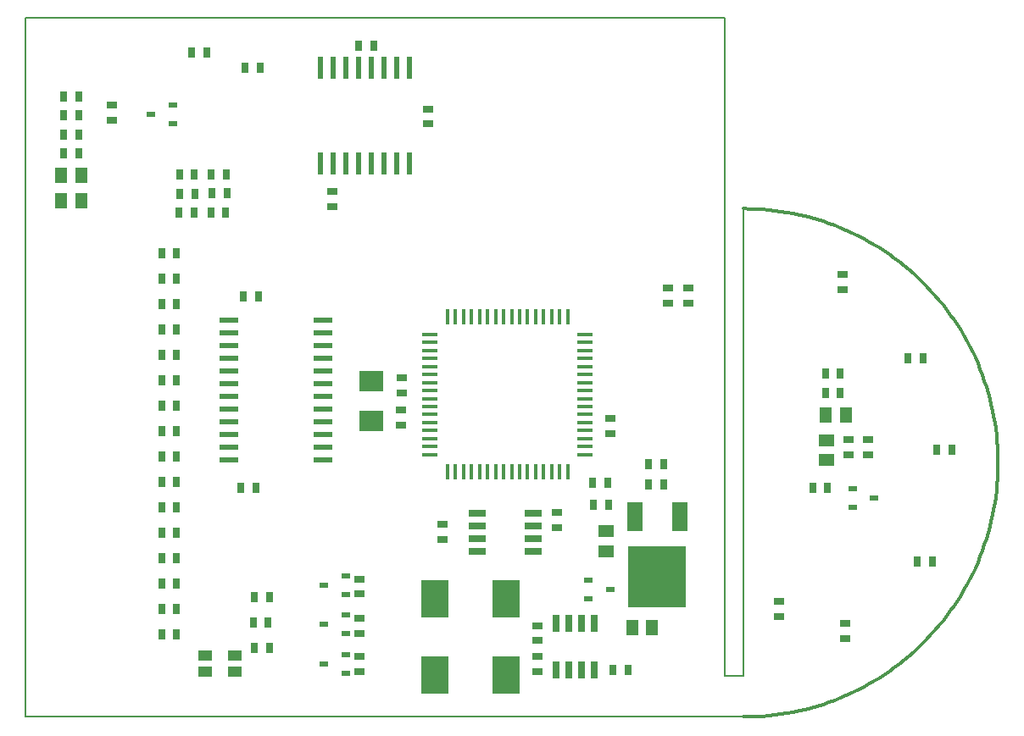
<source format=gtp>
G75*
%MOIN*%
%OFA0B0*%
%FSLAX24Y24*%
%IPPOS*%
%LPD*%
%AMOC8*
5,1,8,0,0,1.08239X$1,22.5*
%
%ADD10C,0.0120*%
%ADD11C,0.0080*%
%ADD12R,0.0394X0.0315*%
%ADD13R,0.0315X0.0394*%
%ADD14R,0.0591X0.0453*%
%ADD15R,0.0689X0.0256*%
%ADD16R,0.0453X0.0591*%
%ADD17R,0.0283X0.0701*%
%ADD18R,0.1100X0.1500*%
%ADD19R,0.0551X0.0433*%
%ADD20R,0.0236X0.0866*%
%ADD21R,0.0350X0.0236*%
%ADD22R,0.2283X0.2441*%
%ADD23R,0.0630X0.1181*%
%ADD24R,0.0160X0.0591*%
%ADD25R,0.0591X0.0160*%
%ADD26R,0.0945X0.0787*%
%ADD27R,0.0768X0.0217*%
D10*
X028400Y000974D02*
X028644Y000977D01*
X028887Y000986D01*
X029130Y001001D01*
X029373Y001021D01*
X029615Y001048D01*
X029856Y001081D01*
X030096Y001119D01*
X030336Y001163D01*
X030574Y001213D01*
X030811Y001269D01*
X031047Y001331D01*
X031281Y001398D01*
X031513Y001471D01*
X031744Y001550D01*
X031972Y001634D01*
X032199Y001724D01*
X032423Y001819D01*
X032645Y001920D01*
X032864Y002026D01*
X033080Y002137D01*
X033294Y002254D01*
X033505Y002375D01*
X033713Y002502D01*
X033918Y002634D01*
X034119Y002771D01*
X034317Y002913D01*
X034512Y003059D01*
X034703Y003210D01*
X034890Y003366D01*
X035073Y003526D01*
X035253Y003691D01*
X035428Y003860D01*
X035599Y004033D01*
X035766Y004211D01*
X035928Y004392D01*
X036086Y004577D01*
X036240Y004766D01*
X036389Y004959D01*
X036533Y005155D01*
X036672Y005355D01*
X036807Y005558D01*
X036936Y005765D01*
X037060Y005974D01*
X037179Y006186D01*
X037293Y006402D01*
X037402Y006619D01*
X037505Y006840D01*
X037603Y007063D01*
X037696Y007288D01*
X037783Y007516D01*
X037864Y007745D01*
X037940Y007977D01*
X038010Y008210D01*
X038075Y008445D01*
X038134Y008681D01*
X038187Y008919D01*
X038234Y009158D01*
X038275Y009398D01*
X038310Y009639D01*
X038340Y009880D01*
X038364Y010123D01*
X038381Y010366D01*
X038393Y010609D01*
X038399Y010852D01*
X038399Y011096D01*
X038393Y011339D01*
X038381Y011582D01*
X038364Y011825D01*
X038340Y012068D01*
X038310Y012309D01*
X038275Y012550D01*
X038234Y012790D01*
X038187Y013029D01*
X038134Y013267D01*
X038075Y013503D01*
X038010Y013738D01*
X037940Y013971D01*
X037864Y014203D01*
X037783Y014432D01*
X037696Y014660D01*
X037603Y014885D01*
X037505Y015108D01*
X037402Y015329D01*
X037293Y015546D01*
X037179Y015762D01*
X037060Y015974D01*
X036936Y016183D01*
X036807Y016390D01*
X036672Y016593D01*
X036533Y016793D01*
X036389Y016989D01*
X036240Y017182D01*
X036086Y017371D01*
X035928Y017556D01*
X035766Y017737D01*
X035599Y017915D01*
X035428Y018088D01*
X035253Y018257D01*
X035073Y018422D01*
X034890Y018582D01*
X034703Y018738D01*
X034512Y018889D01*
X034317Y019035D01*
X034119Y019177D01*
X033918Y019314D01*
X033713Y019446D01*
X033505Y019573D01*
X033294Y019694D01*
X033080Y019811D01*
X032864Y019922D01*
X032645Y020028D01*
X032423Y020129D01*
X032199Y020224D01*
X031972Y020314D01*
X031744Y020398D01*
X031513Y020477D01*
X031281Y020550D01*
X031047Y020617D01*
X030811Y020679D01*
X030574Y020735D01*
X030336Y020785D01*
X030096Y020829D01*
X029856Y020867D01*
X029615Y020900D01*
X029373Y020927D01*
X029130Y020947D01*
X028887Y020962D01*
X028644Y020971D01*
X028400Y020974D01*
D11*
X028400Y000974D02*
X000150Y000974D01*
X000150Y028474D01*
X027650Y028474D01*
X027650Y002574D01*
X028400Y002574D01*
X028400Y020974D01*
D12*
X026213Y017844D03*
X026213Y017254D03*
X025413Y017254D03*
X025413Y017844D03*
X023163Y012719D03*
X023163Y012129D03*
X021050Y009019D03*
X021050Y008429D03*
X020275Y004569D03*
X020275Y003979D03*
X020275Y003344D03*
X020275Y002754D03*
X016550Y007954D03*
X016550Y008544D03*
X013300Y006407D03*
X013300Y005816D03*
X013288Y004844D03*
X013288Y004254D03*
X013300Y003344D03*
X013300Y002754D03*
X014925Y012454D03*
X014925Y013044D03*
X014938Y013729D03*
X014938Y014319D03*
X012213Y021054D03*
X012213Y021644D03*
X016000Y024316D03*
X016000Y024907D03*
X003538Y025044D03*
X003538Y024454D03*
X029775Y005519D03*
X029775Y004929D03*
X032400Y004644D03*
X032400Y004054D03*
X032525Y011304D03*
X032525Y011894D03*
X033275Y011894D03*
X033275Y011304D03*
X032275Y017804D03*
X032275Y018394D03*
D13*
X034855Y015099D03*
X035445Y015099D03*
X032195Y014474D03*
X031605Y014474D03*
X031605Y013724D03*
X032195Y013724D03*
X035980Y011474D03*
X036570Y011474D03*
X035820Y007099D03*
X035230Y007099D03*
X031695Y009974D03*
X031105Y009974D03*
X025245Y010112D03*
X024655Y010112D03*
X024655Y010912D03*
X025245Y010912D03*
X023045Y010199D03*
X022455Y010199D03*
X022480Y009324D03*
X023070Y009324D03*
X023255Y002824D03*
X023845Y002824D03*
X009745Y003674D03*
X009155Y003674D03*
X009105Y004699D03*
X009695Y004699D03*
X009745Y005699D03*
X009155Y005699D03*
X006095Y005224D03*
X005505Y005224D03*
X005505Y004224D03*
X006095Y004224D03*
X006095Y006224D03*
X005505Y006224D03*
X005505Y007224D03*
X006095Y007224D03*
X006095Y008224D03*
X005505Y008224D03*
X005505Y009224D03*
X006095Y009224D03*
X006095Y010224D03*
X005505Y010224D03*
X005505Y011224D03*
X006095Y011224D03*
X006095Y012224D03*
X005505Y012224D03*
X005505Y013224D03*
X006095Y013224D03*
X006095Y014224D03*
X005505Y014224D03*
X005505Y015224D03*
X006095Y015224D03*
X006095Y016224D03*
X005505Y016224D03*
X005505Y017224D03*
X006095Y017224D03*
X006095Y018224D03*
X005505Y018224D03*
X005505Y019224D03*
X006095Y019224D03*
X006192Y020812D03*
X006783Y020812D03*
X007442Y020824D03*
X008033Y020824D03*
X008083Y021574D03*
X007492Y021574D03*
X006808Y021562D03*
X006217Y021562D03*
X006205Y022312D03*
X006795Y022312D03*
X007467Y022324D03*
X008058Y022324D03*
X008792Y026524D03*
X009383Y026524D03*
X007270Y027124D03*
X006680Y027124D03*
X002245Y025399D03*
X001655Y025399D03*
X001655Y024649D03*
X002245Y024649D03*
X002245Y023899D03*
X001655Y023899D03*
X001655Y023149D03*
X002245Y023149D03*
X008730Y017537D03*
X009320Y017537D03*
X009208Y009974D03*
X008617Y009974D03*
X013255Y027399D03*
X013845Y027399D03*
D14*
X031650Y011868D03*
X031650Y011080D03*
X022975Y008293D03*
X022975Y007505D03*
D15*
X020127Y007499D03*
X020127Y007999D03*
X020127Y008499D03*
X020127Y008999D03*
X017923Y008999D03*
X017923Y008499D03*
X017923Y007999D03*
X017923Y007499D03*
D16*
X024006Y004474D03*
X024794Y004474D03*
X031631Y012849D03*
X032419Y012849D03*
X002344Y021274D03*
X001556Y021274D03*
X001556Y022274D03*
X002344Y022274D03*
D17*
X021025Y004670D03*
X021525Y004670D03*
X022025Y004670D03*
X022525Y004670D03*
X022525Y002828D03*
X022025Y002828D03*
X021525Y002828D03*
X021025Y002828D03*
D18*
X019055Y002624D03*
X016245Y002624D03*
X016245Y005624D03*
X019055Y005624D03*
D19*
X008391Y003389D03*
X008391Y002759D03*
X007209Y002759D03*
X007209Y003389D03*
D20*
X011738Y022759D03*
X012238Y022759D03*
X012738Y022759D03*
X013238Y022759D03*
X013738Y022759D03*
X014238Y022759D03*
X014738Y022759D03*
X015238Y022759D03*
X015238Y026529D03*
X014738Y026529D03*
X014238Y026529D03*
X013738Y026529D03*
X013238Y026529D03*
X012738Y026529D03*
X012238Y026529D03*
X011738Y026529D03*
D21*
X005938Y025073D03*
X005938Y024325D03*
X005088Y024699D03*
X012750Y006523D03*
X012750Y005775D03*
X012750Y004998D03*
X011900Y004624D03*
X012750Y004250D03*
X012750Y003423D03*
X012750Y002675D03*
X011900Y003049D03*
X011900Y006149D03*
X022300Y006373D03*
X023150Y005999D03*
X022300Y005625D03*
X032675Y009225D03*
X033525Y009599D03*
X032675Y009973D03*
D22*
X025000Y006499D03*
D23*
X024102Y008857D03*
X025898Y008857D03*
D24*
X021475Y010610D03*
X021160Y010610D03*
X020845Y010610D03*
X020530Y010610D03*
X020215Y010610D03*
X019900Y010610D03*
X019585Y010610D03*
X019270Y010610D03*
X018955Y010610D03*
X018640Y010610D03*
X018325Y010610D03*
X018010Y010610D03*
X017695Y010610D03*
X017380Y010610D03*
X017065Y010610D03*
X016750Y010610D03*
X016750Y016713D03*
X017065Y016713D03*
X017380Y016713D03*
X017695Y016713D03*
X018010Y016713D03*
X018325Y016713D03*
X018640Y016713D03*
X018955Y016713D03*
X019270Y016713D03*
X019585Y016713D03*
X019900Y016713D03*
X020215Y016713D03*
X020530Y016713D03*
X020845Y016713D03*
X021160Y016713D03*
X021475Y016713D03*
D25*
X022164Y016024D03*
X022164Y015709D03*
X022164Y015394D03*
X022164Y015079D03*
X022164Y014764D03*
X022164Y014449D03*
X022164Y014134D03*
X022164Y013819D03*
X022164Y013504D03*
X022164Y013189D03*
X022164Y012874D03*
X022164Y012559D03*
X022164Y012244D03*
X022164Y011929D03*
X022164Y011614D03*
X022164Y011299D03*
X016061Y011299D03*
X016061Y011614D03*
X016061Y011929D03*
X016061Y012244D03*
X016061Y012559D03*
X016061Y012874D03*
X016061Y013189D03*
X016061Y013504D03*
X016061Y013819D03*
X016061Y014134D03*
X016061Y014449D03*
X016061Y014764D03*
X016061Y015079D03*
X016061Y015394D03*
X016061Y015709D03*
X016061Y016024D03*
D26*
X013750Y014187D03*
X013750Y012612D03*
D27*
X011863Y012574D03*
X011863Y012074D03*
X011863Y011574D03*
X011863Y011074D03*
X011863Y013074D03*
X011863Y013574D03*
X011863Y014074D03*
X011863Y014574D03*
X011863Y015074D03*
X011863Y015574D03*
X011863Y016074D03*
X011863Y016574D03*
X008162Y016574D03*
X008162Y016074D03*
X008162Y015574D03*
X008162Y015074D03*
X008162Y014574D03*
X008162Y014074D03*
X008162Y013574D03*
X008162Y013074D03*
X008162Y012574D03*
X008162Y012074D03*
X008162Y011574D03*
X008162Y011074D03*
M02*

</source>
